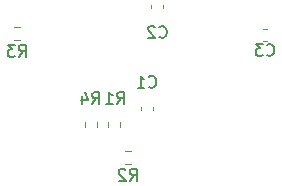
<source format=gbr>
%TF.GenerationSoftware,KiCad,Pcbnew,8.0.1*%
%TF.CreationDate,2025-01-27T15:49:22-05:00*%
%TF.ProjectId,PHY,5048592e-6b69-4636-9164-5f7063625858,rev?*%
%TF.SameCoordinates,Original*%
%TF.FileFunction,Legend,Bot*%
%TF.FilePolarity,Positive*%
%FSLAX46Y46*%
G04 Gerber Fmt 4.6, Leading zero omitted, Abs format (unit mm)*
G04 Created by KiCad (PCBNEW 8.0.1) date 2025-01-27 15:49:22*
%MOMM*%
%LPD*%
G01*
G04 APERTURE LIST*
%ADD10C,0.150000*%
%ADD11C,0.120000*%
G04 APERTURE END LIST*
D10*
X161866666Y-80484580D02*
X161914285Y-80532200D01*
X161914285Y-80532200D02*
X162057142Y-80579819D01*
X162057142Y-80579819D02*
X162152380Y-80579819D01*
X162152380Y-80579819D02*
X162295237Y-80532200D01*
X162295237Y-80532200D02*
X162390475Y-80436961D01*
X162390475Y-80436961D02*
X162438094Y-80341723D01*
X162438094Y-80341723D02*
X162485713Y-80151247D01*
X162485713Y-80151247D02*
X162485713Y-80008390D01*
X162485713Y-80008390D02*
X162438094Y-79817914D01*
X162438094Y-79817914D02*
X162390475Y-79722676D01*
X162390475Y-79722676D02*
X162295237Y-79627438D01*
X162295237Y-79627438D02*
X162152380Y-79579819D01*
X162152380Y-79579819D02*
X162057142Y-79579819D01*
X162057142Y-79579819D02*
X161914285Y-79627438D01*
X161914285Y-79627438D02*
X161866666Y-79675057D01*
X161533332Y-79579819D02*
X160914285Y-79579819D01*
X160914285Y-79579819D02*
X161247618Y-79960771D01*
X161247618Y-79960771D02*
X161104761Y-79960771D01*
X161104761Y-79960771D02*
X161009523Y-80008390D01*
X161009523Y-80008390D02*
X160961904Y-80056009D01*
X160961904Y-80056009D02*
X160914285Y-80151247D01*
X160914285Y-80151247D02*
X160914285Y-80389342D01*
X160914285Y-80389342D02*
X160961904Y-80484580D01*
X160961904Y-80484580D02*
X161009523Y-80532200D01*
X161009523Y-80532200D02*
X161104761Y-80579819D01*
X161104761Y-80579819D02*
X161390475Y-80579819D01*
X161390475Y-80579819D02*
X161485713Y-80532200D01*
X161485713Y-80532200D02*
X161533332Y-80484580D01*
X152766666Y-78959580D02*
X152814285Y-79007200D01*
X152814285Y-79007200D02*
X152957142Y-79054819D01*
X152957142Y-79054819D02*
X153052380Y-79054819D01*
X153052380Y-79054819D02*
X153195237Y-79007200D01*
X153195237Y-79007200D02*
X153290475Y-78911961D01*
X153290475Y-78911961D02*
X153338094Y-78816723D01*
X153338094Y-78816723D02*
X153385713Y-78626247D01*
X153385713Y-78626247D02*
X153385713Y-78483390D01*
X153385713Y-78483390D02*
X153338094Y-78292914D01*
X153338094Y-78292914D02*
X153290475Y-78197676D01*
X153290475Y-78197676D02*
X153195237Y-78102438D01*
X153195237Y-78102438D02*
X153052380Y-78054819D01*
X153052380Y-78054819D02*
X152957142Y-78054819D01*
X152957142Y-78054819D02*
X152814285Y-78102438D01*
X152814285Y-78102438D02*
X152766666Y-78150057D01*
X152385713Y-78150057D02*
X152338094Y-78102438D01*
X152338094Y-78102438D02*
X152242856Y-78054819D01*
X152242856Y-78054819D02*
X152004761Y-78054819D01*
X152004761Y-78054819D02*
X151909523Y-78102438D01*
X151909523Y-78102438D02*
X151861904Y-78150057D01*
X151861904Y-78150057D02*
X151814285Y-78245295D01*
X151814285Y-78245295D02*
X151814285Y-78340533D01*
X151814285Y-78340533D02*
X151861904Y-78483390D01*
X151861904Y-78483390D02*
X152433332Y-79054819D01*
X152433332Y-79054819D02*
X151814285Y-79054819D01*
X151866666Y-83184580D02*
X151914285Y-83232200D01*
X151914285Y-83232200D02*
X152057142Y-83279819D01*
X152057142Y-83279819D02*
X152152380Y-83279819D01*
X152152380Y-83279819D02*
X152295237Y-83232200D01*
X152295237Y-83232200D02*
X152390475Y-83136961D01*
X152390475Y-83136961D02*
X152438094Y-83041723D01*
X152438094Y-83041723D02*
X152485713Y-82851247D01*
X152485713Y-82851247D02*
X152485713Y-82708390D01*
X152485713Y-82708390D02*
X152438094Y-82517914D01*
X152438094Y-82517914D02*
X152390475Y-82422676D01*
X152390475Y-82422676D02*
X152295237Y-82327438D01*
X152295237Y-82327438D02*
X152152380Y-82279819D01*
X152152380Y-82279819D02*
X152057142Y-82279819D01*
X152057142Y-82279819D02*
X151914285Y-82327438D01*
X151914285Y-82327438D02*
X151866666Y-82375057D01*
X150914285Y-83279819D02*
X151485713Y-83279819D01*
X151199999Y-83279819D02*
X151199999Y-82279819D01*
X151199999Y-82279819D02*
X151295237Y-82422676D01*
X151295237Y-82422676D02*
X151390475Y-82517914D01*
X151390475Y-82517914D02*
X151485713Y-82565533D01*
X147091666Y-84654819D02*
X147424999Y-84178628D01*
X147663094Y-84654819D02*
X147663094Y-83654819D01*
X147663094Y-83654819D02*
X147282142Y-83654819D01*
X147282142Y-83654819D02*
X147186904Y-83702438D01*
X147186904Y-83702438D02*
X147139285Y-83750057D01*
X147139285Y-83750057D02*
X147091666Y-83845295D01*
X147091666Y-83845295D02*
X147091666Y-83988152D01*
X147091666Y-83988152D02*
X147139285Y-84083390D01*
X147139285Y-84083390D02*
X147186904Y-84131009D01*
X147186904Y-84131009D02*
X147282142Y-84178628D01*
X147282142Y-84178628D02*
X147663094Y-84178628D01*
X146234523Y-83988152D02*
X146234523Y-84654819D01*
X146472618Y-83607200D02*
X146710713Y-84321485D01*
X146710713Y-84321485D02*
X146091666Y-84321485D01*
X140866666Y-80654819D02*
X141199999Y-80178628D01*
X141438094Y-80654819D02*
X141438094Y-79654819D01*
X141438094Y-79654819D02*
X141057142Y-79654819D01*
X141057142Y-79654819D02*
X140961904Y-79702438D01*
X140961904Y-79702438D02*
X140914285Y-79750057D01*
X140914285Y-79750057D02*
X140866666Y-79845295D01*
X140866666Y-79845295D02*
X140866666Y-79988152D01*
X140866666Y-79988152D02*
X140914285Y-80083390D01*
X140914285Y-80083390D02*
X140961904Y-80131009D01*
X140961904Y-80131009D02*
X141057142Y-80178628D01*
X141057142Y-80178628D02*
X141438094Y-80178628D01*
X140533332Y-79654819D02*
X139914285Y-79654819D01*
X139914285Y-79654819D02*
X140247618Y-80035771D01*
X140247618Y-80035771D02*
X140104761Y-80035771D01*
X140104761Y-80035771D02*
X140009523Y-80083390D01*
X140009523Y-80083390D02*
X139961904Y-80131009D01*
X139961904Y-80131009D02*
X139914285Y-80226247D01*
X139914285Y-80226247D02*
X139914285Y-80464342D01*
X139914285Y-80464342D02*
X139961904Y-80559580D01*
X139961904Y-80559580D02*
X140009523Y-80607200D01*
X140009523Y-80607200D02*
X140104761Y-80654819D01*
X140104761Y-80654819D02*
X140390475Y-80654819D01*
X140390475Y-80654819D02*
X140485713Y-80607200D01*
X140485713Y-80607200D02*
X140533332Y-80559580D01*
X150266666Y-91154819D02*
X150599999Y-90678628D01*
X150838094Y-91154819D02*
X150838094Y-90154819D01*
X150838094Y-90154819D02*
X150457142Y-90154819D01*
X150457142Y-90154819D02*
X150361904Y-90202438D01*
X150361904Y-90202438D02*
X150314285Y-90250057D01*
X150314285Y-90250057D02*
X150266666Y-90345295D01*
X150266666Y-90345295D02*
X150266666Y-90488152D01*
X150266666Y-90488152D02*
X150314285Y-90583390D01*
X150314285Y-90583390D02*
X150361904Y-90631009D01*
X150361904Y-90631009D02*
X150457142Y-90678628D01*
X150457142Y-90678628D02*
X150838094Y-90678628D01*
X149885713Y-90250057D02*
X149838094Y-90202438D01*
X149838094Y-90202438D02*
X149742856Y-90154819D01*
X149742856Y-90154819D02*
X149504761Y-90154819D01*
X149504761Y-90154819D02*
X149409523Y-90202438D01*
X149409523Y-90202438D02*
X149361904Y-90250057D01*
X149361904Y-90250057D02*
X149314285Y-90345295D01*
X149314285Y-90345295D02*
X149314285Y-90440533D01*
X149314285Y-90440533D02*
X149361904Y-90583390D01*
X149361904Y-90583390D02*
X149933332Y-91154819D01*
X149933332Y-91154819D02*
X149314285Y-91154819D01*
X149191666Y-84654819D02*
X149524999Y-84178628D01*
X149763094Y-84654819D02*
X149763094Y-83654819D01*
X149763094Y-83654819D02*
X149382142Y-83654819D01*
X149382142Y-83654819D02*
X149286904Y-83702438D01*
X149286904Y-83702438D02*
X149239285Y-83750057D01*
X149239285Y-83750057D02*
X149191666Y-83845295D01*
X149191666Y-83845295D02*
X149191666Y-83988152D01*
X149191666Y-83988152D02*
X149239285Y-84083390D01*
X149239285Y-84083390D02*
X149286904Y-84131009D01*
X149286904Y-84131009D02*
X149382142Y-84178628D01*
X149382142Y-84178628D02*
X149763094Y-84178628D01*
X148239285Y-84654819D02*
X148810713Y-84654819D01*
X148524999Y-84654819D02*
X148524999Y-83654819D01*
X148524999Y-83654819D02*
X148620237Y-83797676D01*
X148620237Y-83797676D02*
X148715475Y-83892914D01*
X148715475Y-83892914D02*
X148810713Y-83940533D01*
D11*
%TO.C,C3*%
X161559420Y-78290000D02*
X161840580Y-78290000D01*
X161559420Y-79310000D02*
X161840580Y-79310000D01*
%TO.C,C2*%
X152090000Y-76540580D02*
X152090000Y-76259420D01*
X153110000Y-76540580D02*
X153110000Y-76259420D01*
%TO.C,C1*%
X152210000Y-84884420D02*
X152210000Y-85165580D01*
X151190000Y-84884420D02*
X151190000Y-85165580D01*
%TO.C,R4*%
X147522500Y-86637258D02*
X147522500Y-86162742D01*
X146477500Y-86637258D02*
X146477500Y-86162742D01*
%TO.C,R3*%
X140937258Y-79222500D02*
X140462742Y-79222500D01*
X140937258Y-78177500D02*
X140462742Y-78177500D01*
%TO.C,R2*%
X150337258Y-89722500D02*
X149862742Y-89722500D01*
X150337258Y-88677500D02*
X149862742Y-88677500D01*
%TO.C,R1*%
X148377500Y-86637258D02*
X148377500Y-86162742D01*
X149422500Y-86637258D02*
X149422500Y-86162742D01*
%TD*%
M02*

</source>
